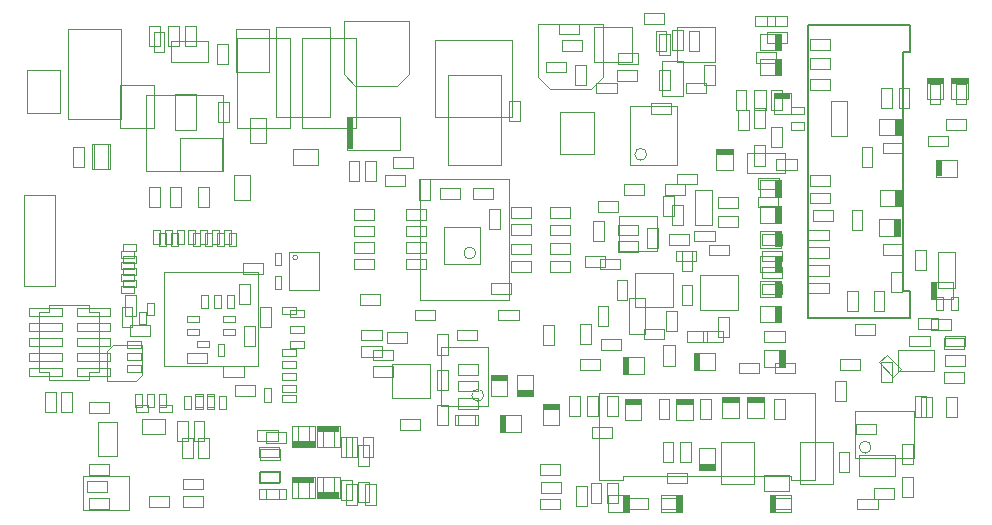
<source format=gbr>
%TF.GenerationSoftware,Altium Limited,Altium Designer,22.6.1 (34)*%
G04 Layer_Color=32768*
%FSLAX45Y45*%
%MOMM*%
%TF.SameCoordinates,07F994AE-BB1C-4BEA-A643-928B9DFDCC76*%
%TF.FilePolarity,Positive*%
%TF.FileFunction,Other,Mechanical_11*%
%TF.Part,Single*%
G01*
G75*
%TA.AperFunction,NonConductor*%
%ADD164C,0.10000*%
%ADD174C,0.01000*%
%ADD175C,0.14000*%
%ADD176R,0.60525X1.39500*%
%ADD177R,0.60525X2.79000*%
%ADD178R,1.39500X0.60525*%
D164*
X3942473Y2285000D02*
G03*
X3942473Y2285000I-50000J0D01*
G01*
X7290000Y640000D02*
G03*
X7290000Y640000I-50000J0D01*
G01*
X2435019Y2244985D02*
G03*
X2435019Y2244985I-20000J0D01*
G01*
X4010000Y1080000D02*
G03*
X4010000Y1080000I-50000J0D01*
G01*
X5390000Y3120000D02*
G03*
X5390000Y3120000I-50000J0D01*
G01*
X3672474Y2195000D02*
X3982474D01*
X3672474Y2505000D02*
X3982474D01*
Y2195000D02*
Y2505000D01*
X3672474Y2195000D02*
Y2505000D01*
X1800000Y2975000D02*
Y3625000D01*
X1150000D02*
X1800000D01*
X1150000Y2975000D02*
Y3625000D01*
Y2975000D02*
X1800000D01*
X869972Y1504975D02*
X1119972D01*
X819972Y1454975D02*
X869972Y1504975D01*
X819972Y1204975D02*
Y1454975D01*
Y1204975D02*
X1069972D01*
X1119972Y1254975D01*
Y1504975D01*
X5840000Y1805000D02*
X6160000D01*
X5840000Y2095000D02*
X6160000D01*
Y1805000D02*
Y2095000D01*
X5840000Y1805000D02*
Y2095000D01*
X3475000Y1885000D02*
X4225000D01*
X3475000D02*
Y2915000D01*
X4225000D01*
Y1885000D02*
Y2915000D01*
X7519998Y1287500D02*
Y1462500D01*
X7819998Y1287500D02*
Y1462500D01*
X7519998D02*
X7819998D01*
X7519998Y1287500D02*
X7819998D01*
X745005Y854922D02*
X905005D01*
Y564922D02*
Y854922D01*
X745005Y564922D02*
Y854922D01*
Y564922D02*
X905005D01*
X1675000Y3902500D02*
Y4077500D01*
X1365000Y3902500D02*
Y4077500D01*
X1675000D01*
X1365000Y3902500D02*
X1675000D01*
X1397523Y3627500D02*
X1572524D01*
X1397523Y3322500D02*
X1572524D01*
Y3627500D01*
X1397523Y3322500D02*
Y3627500D01*
X5800000Y2518000D02*
Y2822000D01*
X5940000Y2518000D02*
Y2822000D01*
X5800000Y2518000D02*
X5940000D01*
X5800000Y2822000D02*
X5940000D01*
X6950000Y3575000D02*
X7090000D01*
X6950000Y3275000D02*
X7090000D01*
Y3575000D01*
X6950000Y3275000D02*
Y3575000D01*
X7150000Y550000D02*
X7650000D01*
X7150000Y950000D02*
X7650000D01*
X7150000Y550000D02*
Y950000D01*
X7650000Y550000D02*
Y950000D01*
X671450Y1784000D02*
X671450Y1847500D01*
X671450Y1784000D02*
X754000D01*
Y1276000D02*
Y1784000D01*
X671450Y1276000D02*
X754000D01*
X671450D02*
X671450Y1212500D01*
X328549Y1847500D02*
X671450D01*
X328549D02*
X328550Y1784000D01*
X246000D02*
X328550D01*
X246000Y1276000D02*
Y1784000D01*
Y1276000D02*
X328550D01*
X328549Y1212500D02*
X328550Y1276000D01*
X328549Y1212500D02*
X671450D01*
X2027500Y2735000D02*
Y2945000D01*
X1892500Y2735000D02*
Y2945000D01*
Y2735000D02*
X2027500D01*
X1892500Y2945000D02*
X2027500D01*
X2975000Y1405000D02*
X3145000D01*
X2975000Y1495000D02*
X3145000D01*
X2975000Y1405000D02*
Y1495000D01*
X3145000Y1405000D02*
Y1495000D01*
X992499Y1380000D02*
Y1440000D01*
X1107499Y1380000D02*
Y1440000D01*
X992499Y1380000D02*
X1107499D01*
X992499Y1440000D02*
X1107499D01*
X5789999Y1295000D02*
Y1435000D01*
X5969999Y1295000D02*
Y1435000D01*
X5789999D02*
X5969999D01*
X5789999Y1295000D02*
X5969999D01*
X4985000Y360000D02*
Y1100000D01*
Y360000D02*
X5190000D01*
Y400000D01*
X6610000D01*
Y360000D02*
Y400000D01*
Y360000D02*
X6815000D01*
Y1100000D01*
X4985000D02*
X6815000D01*
X2365000Y2295000D02*
X2615000D01*
X2365000Y1975000D02*
Y2295000D01*
Y1975000D02*
X2615000D01*
Y2295000D01*
Y1975000D02*
Y2295000D01*
X2365000D02*
X2615000D01*
X2365000Y1975000D02*
Y2295000D01*
Y1975000D02*
X2615000D01*
X1802524Y1327419D02*
X1977524D01*
X1802524Y1232419D02*
X1977524D01*
Y1327419D01*
X1802524Y1232419D02*
Y1327419D01*
X6722499Y3460000D02*
Y3520000D01*
X6612499Y3460000D02*
Y3520000D01*
X6722499D01*
X6612499Y3460000D02*
X6722499D01*
X120000Y2002001D02*
Y2772001D01*
Y2002001D02*
X382999D01*
X120000Y2772001D02*
X382999D01*
Y2002001D02*
Y2772001D01*
X6239999Y3130000D02*
X6560000D01*
X6239999Y2960000D02*
X6560000D01*
X6239999D02*
Y3130000D01*
X6560000Y2960000D02*
Y3130000D01*
X1315000Y755000D02*
Y875000D01*
X1115000D02*
X1315000D01*
X1115000Y755000D02*
Y875000D01*
Y755000D02*
X1315000D01*
X2849974Y3160500D02*
X3299974D01*
X2849974Y3439500D02*
X3299974D01*
Y3160500D02*
Y3439500D01*
X2849974Y3160500D02*
Y3439500D01*
X2825000Y3797500D02*
X2922500Y3700000D01*
X2825000Y3797500D02*
Y4250000D01*
X3375000D01*
Y3797500D02*
Y4250000D01*
X3277500Y3700000D02*
X3375000Y3797500D01*
X2922500Y3700000D02*
X3277500D01*
X3705000Y3030000D02*
X4155000D01*
X3705000Y3790000D02*
X4155000D01*
Y3030000D02*
Y3790000D01*
X3705000Y3030000D02*
Y3790000D01*
X4939999Y3120000D02*
Y3480000D01*
X4659999Y3120000D02*
Y3480000D01*
Y3120000D02*
X4939999D01*
X4659999Y3480000D02*
X4939999D01*
X7754998Y899975D02*
Y1069975D01*
X7664998Y899975D02*
Y1069975D01*
Y899975D02*
X7754998D01*
X7664998Y1069975D02*
X7754998D01*
X1617499Y1927500D02*
X1672499D01*
X1617499Y1822500D02*
X1672499D01*
X1617499D02*
Y1927500D01*
X1672499Y1822500D02*
Y1927500D01*
X1299997Y1324981D02*
X2099997D01*
X1299997Y2124981D02*
X2099997D01*
X1299997Y1324981D02*
Y2124981D01*
X2099997Y1324981D02*
Y2124981D01*
X615000Y105000D02*
Y395000D01*
Y105000D02*
X1005000D01*
Y395000D01*
X615000D02*
X1005000D01*
X5515000Y207500D02*
X5685000D01*
X5515000Y117500D02*
X5685000D01*
Y207500D01*
X5515000Y117500D02*
Y207500D01*
X5055000Y902500D02*
X5145000D01*
X5055000Y1072500D02*
X5145000D01*
Y902500D02*
Y1072500D01*
X5055000Y902500D02*
Y1072500D01*
X5764999Y515000D02*
Y685000D01*
X5674999Y515000D02*
Y685000D01*
Y515000D02*
X5764999D01*
X5674999Y685000D02*
X5764999D01*
X4795000Y145000D02*
Y315000D01*
X4885000Y145000D02*
Y315000D01*
X4795000Y145000D02*
X4885000D01*
X4795000Y315000D02*
X4885000D01*
X5005000Y1555000D02*
X5175000D01*
X5005000Y1465000D02*
X5175000D01*
X5005000D02*
Y1555000D01*
X5175000Y1465000D02*
Y1555000D01*
X5492524Y877500D02*
Y1047500D01*
X5582524Y877500D02*
Y1047500D01*
X5492524D02*
X5582524D01*
X5492524Y877500D02*
X5582524D01*
X5932575D02*
Y1047500D01*
X5842576Y877500D02*
Y1047500D01*
Y877500D02*
X5932575D01*
X5842576Y1047500D02*
X5932575D01*
X6475000Y1265000D02*
X6645000D01*
X6475000Y1355000D02*
X6645000D01*
X6475000Y1265000D02*
Y1355000D01*
X6645000Y1265000D02*
Y1355000D01*
X6174999D02*
X6344999D01*
X6174999Y1265000D02*
X6344999D01*
Y1355000D01*
X6174999Y1265000D02*
Y1355000D01*
X6557499Y877500D02*
Y1047500D01*
X6467499Y877500D02*
Y1047500D01*
Y877500D02*
X6557499D01*
X6467499Y1047500D02*
X6557499D01*
X6440000Y207500D02*
X6610000D01*
X6440000Y117500D02*
X6610000D01*
Y207500D01*
X6440000Y117500D02*
Y207500D01*
X6760000Y2392500D02*
X6930000D01*
X6760000Y2482500D02*
X6930000D01*
X6760000Y2392500D02*
Y2482500D01*
X6930000Y2392500D02*
Y2482500D01*
X6772499Y2705000D02*
X6942499D01*
X6772499Y2795000D02*
X6942499D01*
X6772499Y2705000D02*
Y2795000D01*
X6942499Y2705000D02*
Y2795000D01*
X6760000Y2092500D02*
X6930000D01*
X6760000Y2182500D02*
X6930000D01*
X6760000Y2092500D02*
Y2182500D01*
X6930000Y2092500D02*
Y2182500D01*
X7209974Y3179949D02*
X7299974D01*
X7209974Y3009949D02*
X7299974D01*
X7209974D02*
Y3179949D01*
X7299974Y3009949D02*
Y3179949D01*
X6760000Y2242500D02*
X6930000D01*
X6760000Y2332500D02*
X6930000D01*
X6760000Y2242500D02*
Y2332500D01*
X6930000Y2242500D02*
Y2332500D01*
X7402499Y1790000D02*
Y1960000D01*
X7312499Y1790000D02*
Y1960000D01*
Y1790000D02*
X7402499D01*
X7312499Y1960000D02*
X7402499D01*
X6772499Y2855000D02*
X6942499D01*
X6772499Y2945000D02*
X6942499D01*
X6772499Y2855000D02*
Y2945000D01*
X6942499Y2855000D02*
Y2945000D01*
X6760000Y1942500D02*
X6930000D01*
X6760000Y2032500D02*
X6930000D01*
X6760000Y1942500D02*
Y2032500D01*
X6930000Y1942500D02*
Y2032500D01*
X8094999Y3545000D02*
Y3715000D01*
X8004999Y3545000D02*
Y3715000D01*
Y3545000D02*
X8094999D01*
X8004999Y3715000D02*
X8094999D01*
X7389999Y2269924D02*
X7560000D01*
X7389999Y2359923D02*
X7560000D01*
X7389999Y2269924D02*
Y2359923D01*
X7560000Y2269924D02*
Y2359923D01*
X7389999Y3129949D02*
X7560000D01*
X7389999Y3219949D02*
X7560000D01*
X7389999Y3129949D02*
Y3219949D01*
X7560000Y3129949D02*
Y3219949D01*
X6772499Y3932500D02*
X6942499D01*
X6772499Y3842500D02*
X6942499D01*
Y3932500D01*
X6772499Y3842500D02*
Y3932500D01*
X7785000Y3715000D02*
X7875000D01*
X7785000Y3545000D02*
X7875000D01*
X7785000D02*
Y3715000D01*
X7875000Y3545000D02*
Y3715000D01*
X7125000Y2647500D02*
X7215000D01*
X7125000Y2477500D02*
X7215000D01*
X7125000D02*
Y2647500D01*
X7215000Y2477500D02*
Y2647500D01*
X6772499Y3757500D02*
X6942499D01*
X6772499Y3667500D02*
X6942499D01*
Y3757500D01*
X6772499Y3667500D02*
Y3757500D01*
Y4095000D02*
X6942499D01*
X6772499Y4005000D02*
X6942499D01*
Y4095000D01*
X6772499Y4005000D02*
Y4095000D01*
X7524999Y3515000D02*
Y3685000D01*
X7614999Y3515000D02*
Y3685000D01*
X7524999D02*
X7614999D01*
X7524999Y3515000D02*
X7614999D01*
X4470025Y3772500D02*
X4567525Y3675000D01*
X4470025Y3772500D02*
Y4225000D01*
X5020025D01*
Y3772500D02*
Y4225000D01*
X4922525Y3675000D02*
X5020025Y3772500D01*
X4567525Y3675000D02*
X4922525D01*
X2474999Y3345000D02*
X2924999D01*
X2474999Y4105000D02*
X2924999D01*
Y3345000D02*
Y4105000D01*
X2474999Y3345000D02*
Y4105000D01*
X2255000Y3440000D02*
X2705000D01*
X2255000Y4200000D02*
X2705000D01*
X2255000Y3440000D02*
Y4200000D01*
X2705000Y3440000D02*
Y4200000D01*
X1215000Y3985000D02*
Y4155000D01*
X1305000Y3985000D02*
Y4155000D01*
X1215000Y3985000D02*
X1305000D01*
X1215000Y4155000D02*
X1305000D01*
X1269998Y4040000D02*
Y4210000D01*
X1179999Y4040000D02*
Y4210000D01*
Y4040000D02*
X1269998D01*
X1179999Y4210000D02*
X1269998D01*
X1755000Y3885000D02*
Y4055000D01*
X1845000Y3885000D02*
Y4055000D01*
X1755000Y3885000D02*
X1845000D01*
X1755000Y4055000D02*
X1845000D01*
X2190000Y3820000D02*
Y4180000D01*
X1910000Y3820000D02*
Y4180000D01*
X2190000D01*
X1910000Y3820000D02*
X2190000D01*
X489975Y3420000D02*
X939975D01*
X489975Y4180000D02*
X939975D01*
X489975Y3420000D02*
Y4180000D01*
X939975Y3420000D02*
Y4180000D01*
X424949Y3470000D02*
Y3830000D01*
X144949Y3470000D02*
Y3830000D01*
X424949D01*
X144949Y3470000D02*
X424949D01*
X625000Y3015000D02*
Y3185000D01*
X535000Y3015000D02*
Y3185000D01*
X625000D01*
X535000Y3015000D02*
X625000D01*
X6685023Y325000D02*
Y685000D01*
X6965023Y325000D02*
Y685000D01*
X6685023D02*
X6965023D01*
X6685023Y325000D02*
X6965023D01*
X7105049Y430000D02*
Y600000D01*
X7015049Y430000D02*
Y600000D01*
Y430000D02*
X7105049D01*
X7015049Y600000D02*
X7105049D01*
X7164998Y750025D02*
X7334999D01*
X7164998Y840025D02*
X7334999D01*
X7164998Y750025D02*
Y840025D01*
X7334999Y750025D02*
Y840025D01*
X1920075Y3345000D02*
X2370075D01*
X1920075Y4105000D02*
X2370075D01*
Y3345000D02*
Y4105000D01*
X1920075Y3345000D02*
Y4105000D01*
X1850049Y3390000D02*
Y3560000D01*
X1760049Y3390000D02*
Y3560000D01*
Y3390000D02*
X1850049D01*
X1760049Y3560000D02*
X1850049D01*
X2104999Y430026D02*
X2274999D01*
X2104999Y340026D02*
X2274999D01*
Y430026D01*
X2104999Y340026D02*
Y430026D01*
X2115000Y535000D02*
X2285000D01*
X2115000Y625000D02*
X2285000D01*
Y535000D02*
Y625000D01*
X2115000Y535000D02*
Y625000D01*
Y345000D02*
X2285000D01*
X2115000Y435000D02*
X2285000D01*
Y345000D02*
Y435000D01*
X2115000Y345000D02*
Y435000D01*
X2104999Y645000D02*
X2274999D01*
X2104999Y555000D02*
X2274999D01*
Y645000D01*
X2104999Y555000D02*
Y645000D01*
X5055000Y165000D02*
X5145000D01*
X5055000Y335000D02*
X5145000D01*
Y165000D02*
Y335000D01*
X5055000Y165000D02*
Y335000D01*
X4495736Y255000D02*
X4665736D01*
X4495736Y345000D02*
X4665736D01*
Y255000D02*
Y345000D01*
X4495736Y255000D02*
Y345000D01*
X4927500Y807500D02*
X5097500D01*
X4927500Y717500D02*
X5097500D01*
Y807500D01*
X4927500Y717500D02*
Y807500D01*
X3305000Y875000D02*
X3475000D01*
X3305000Y785000D02*
X3475000D01*
Y875000D01*
X3305000Y785000D02*
Y875000D01*
X3615000Y1595000D02*
X3704999D01*
X3615000Y1425000D02*
X3704999D01*
X3615000D02*
Y1595000D01*
X3704999Y1425000D02*
Y1595000D01*
X3615000Y1125000D02*
X3704999D01*
X3615000Y1295000D02*
X3704999D01*
Y1125000D02*
Y1295000D01*
X3615000Y1125000D02*
Y1295000D01*
X3705000Y825000D02*
Y995000D01*
X3615000Y825000D02*
Y995000D01*
Y825000D02*
X3705000D01*
X3615000Y995000D02*
X3705000D01*
X3795075Y1255000D02*
X3965076D01*
X3795075Y1345000D02*
X3965076D01*
X3795075Y1255000D02*
Y1345000D01*
X3965076Y1255000D02*
Y1345000D01*
X3795000Y825000D02*
X3965000D01*
X3795000Y915000D02*
X3965000D01*
X3795000Y825000D02*
Y915000D01*
X3965000Y825000D02*
Y915000D01*
X3097525Y2890052D02*
Y3060052D01*
X3007526Y2890052D02*
Y3060052D01*
Y2890052D02*
X3097525D01*
X3007526Y3060052D02*
X3097525D01*
X2867500Y2890052D02*
X2957500D01*
X2867500Y3060052D02*
X2957500D01*
Y2890052D02*
Y3060052D01*
X2867500Y2890052D02*
Y3060052D01*
X3415000Y3005000D02*
Y3095000D01*
X3245000Y3005000D02*
Y3095000D01*
X3415000D01*
X3245000Y3005000D02*
X3415000D01*
X4135000Y1805000D02*
X4305000D01*
X4135000Y1715000D02*
X4305000D01*
X4135000D02*
Y1805000D01*
X4305000Y1715000D02*
Y1805000D01*
X4825000Y1515000D02*
Y1685000D01*
X4915000Y1515000D02*
Y1685000D01*
X4825000Y1515000D02*
X4915000D01*
X4825000Y1685000D02*
X4915000D01*
X6085000Y1575000D02*
Y1745000D01*
X5995000Y1575000D02*
Y1745000D01*
X6085000D01*
X5995000Y1575000D02*
X6085000D01*
X7462500Y1952500D02*
X7552500D01*
X7462500Y2122500D02*
X7552500D01*
Y1952500D02*
Y2122500D01*
X7462500Y1952500D02*
Y2122500D01*
X3425000Y1715000D02*
X3595000D01*
X3425000Y1805000D02*
X3595000D01*
Y1715000D02*
Y1805000D01*
X3425000Y1715000D02*
Y1805000D01*
X6335000Y2759975D02*
X6505000D01*
X6335000Y2669975D02*
X6505000D01*
Y2759975D01*
X6335000Y2669975D02*
Y2759975D01*
X6235000Y3495000D02*
Y3665000D01*
X6145000Y3495000D02*
Y3665000D01*
X6235000D01*
X6145000Y3495000D02*
X6235000D01*
X7087500Y1790000D02*
X7177500D01*
X7087500Y1960000D02*
X7177500D01*
Y1790000D02*
Y1960000D01*
X7087500Y1790000D02*
Y1960000D01*
X6302475Y3025000D02*
X6392475D01*
X6302475Y3195000D02*
X6392475D01*
Y3025000D02*
Y3195000D01*
X6302475Y3025000D02*
Y3195000D01*
X5735000Y1535000D02*
X5905000D01*
X5735000Y1625000D02*
X5905000D01*
Y1535000D02*
Y1625000D01*
X5735000Y1535000D02*
Y1625000D01*
X1092500Y1682500D02*
X1147500D01*
X1092500Y1787500D02*
X1147500D01*
X1092500Y1682500D02*
Y1787500D01*
X1147500Y1682500D02*
Y1787500D01*
X1034999Y1660000D02*
Y1830000D01*
X945000Y1660000D02*
Y1830000D01*
X1034999D01*
X945000Y1660000D02*
X1034999D01*
X1162500Y1757500D02*
Y1862500D01*
X1217500Y1757500D02*
Y1862500D01*
X1162500D02*
X1217500D01*
X1162500Y1757500D02*
X1217500D01*
X1757545Y1412444D02*
X1812545D01*
X1757545Y1517445D02*
X1812545D01*
Y1412444D02*
Y1517445D01*
X1757545Y1412444D02*
Y1517445D01*
X1687500Y1487500D02*
Y1542500D01*
X1582500Y1487500D02*
Y1542500D01*
X1687500D01*
X1582500Y1487500D02*
X1687500D01*
X1499998Y1350000D02*
X1669998D01*
X1499998Y1440000D02*
X1669998D01*
X1499998Y1350000D02*
Y1440000D01*
X1669998Y1350000D02*
Y1440000D01*
X2242500Y2182500D02*
X2297500D01*
X2242500Y2287500D02*
X2297500D01*
X2242500Y2182500D02*
Y2287500D01*
X2297500Y2182500D02*
Y2287500D01*
X2242499Y2087500D02*
X2297499D01*
X2242499Y1982500D02*
X2297499D01*
Y2087500D01*
X2242499Y1982500D02*
Y2087500D01*
X1262499Y942500D02*
Y997500D01*
X1367499Y942500D02*
Y997500D01*
X1262499D02*
X1367499D01*
X1262499Y942500D02*
X1367499D01*
X1167474Y942500D02*
Y997500D01*
X1062474Y942500D02*
Y997500D01*
Y942500D02*
X1167474D01*
X1062474Y997500D02*
X1167474D01*
X1907500Y1587500D02*
Y1642500D01*
X1802500Y1587500D02*
Y1642500D01*
X1907500D01*
X1802500Y1587500D02*
X1907500D01*
Y1697500D02*
Y1752500D01*
X1802500Y1697500D02*
Y1752500D01*
X1907500D01*
X1802500Y1697500D02*
X1907500D01*
X1980025Y1669975D02*
X2070025D01*
X1980025Y1499975D02*
X2070025D01*
X1980025D02*
Y1669975D01*
X2070025Y1499975D02*
Y1669975D01*
X1837499Y1927500D02*
X1892499D01*
X1837499Y1822500D02*
X1892499D01*
X1837499D02*
Y1927500D01*
X1892499Y1822500D02*
Y1927500D01*
X1782500Y1822500D02*
Y1927500D01*
X1727500Y1822500D02*
Y1927500D01*
Y1822500D02*
X1782500D01*
X1727500Y1927500D02*
X1782500D01*
X1497499Y1587501D02*
Y1642500D01*
X1602499Y1587501D02*
Y1642500D01*
X1497499Y1587501D02*
X1602499D01*
X1497499Y1642500D02*
X1602499D01*
X1497499Y1697500D02*
Y1752500D01*
X1602499Y1697500D02*
Y1752500D01*
X1497499Y1697500D02*
X1602499D01*
X1497499Y1752500D02*
X1602499D01*
X2030024Y1850000D02*
Y2020000D01*
X1940024Y1850000D02*
Y2020000D01*
Y1850000D02*
X2030024D01*
X1940024Y2020000D02*
X2030024D01*
X664999Y930000D02*
X834999D01*
X664999Y1020000D02*
X834999D01*
X664999Y930000D02*
Y1020000D01*
X834999Y930000D02*
Y1020000D01*
X1014999Y1585000D02*
X1184999D01*
X1014999Y1675000D02*
X1184999D01*
X1014999Y1585000D02*
Y1675000D01*
X1184999Y1585000D02*
Y1675000D01*
X1465000Y225000D02*
X1635000D01*
X1465000Y135000D02*
X1635000D01*
X1465000D02*
Y225000D01*
X1635000Y135000D02*
Y225000D01*
X654999Y350000D02*
X824999D01*
X654999Y260000D02*
X824999D01*
Y350000D01*
X654999Y260000D02*
Y350000D01*
X664998Y404897D02*
X834999D01*
X664998Y494896D02*
X834999D01*
X664998Y404897D02*
Y494896D01*
X834999Y404897D02*
Y494896D01*
X3765000Y825000D02*
X3935000D01*
X3765000Y915000D02*
X3935000D01*
Y825000D02*
Y915000D01*
X3765000Y825000D02*
Y915000D01*
X4058125Y2655625D02*
X4148125D01*
X4058125Y2485625D02*
X4148125D01*
X4058125D02*
Y2655625D01*
X4148125Y2485625D02*
Y2655625D01*
X5495000Y3665000D02*
X5585000D01*
X5495000Y3835000D02*
X5585000D01*
Y3665000D02*
Y3835000D01*
X5495000Y3665000D02*
Y3835000D01*
X6162475Y3325000D02*
X6252475D01*
X6162475Y3495000D02*
X6252475D01*
Y3325000D02*
Y3495000D01*
X6162475Y3325000D02*
Y3495000D01*
X6442500Y3495000D02*
X6532500D01*
X6442500Y3665000D02*
X6532500D01*
Y3495000D02*
Y3665000D01*
X6442500Y3495000D02*
Y3665000D01*
Y3355000D02*
X6532500D01*
X6442500Y3185000D02*
X6532500D01*
X6442500D02*
Y3355000D01*
X6532500Y3185000D02*
Y3355000D01*
X5605000Y4005000D02*
Y4175000D01*
X5695000Y4005000D02*
Y4175000D01*
X5605000Y4005000D02*
X5695000D01*
X5605000Y4175000D02*
X5695000D01*
X5135000Y3835000D02*
X5305000D01*
X5135000Y3745000D02*
X5305000D01*
X5135000D02*
Y3835000D01*
X5305000Y3745000D02*
Y3835000D01*
X4965000Y3725000D02*
X5135000D01*
X4965000Y3635000D02*
X5135000D01*
Y3725000D01*
X4965000Y3635000D02*
Y3725000D01*
X5585000Y3965000D02*
Y4135000D01*
X5495000Y3965000D02*
Y4135000D01*
Y3965000D02*
X5585000D01*
X5495000Y4135000D02*
X5585000D01*
X4674999Y3995000D02*
X4844999D01*
X4674999Y4085000D02*
X4844999D01*
X4674999Y3995000D02*
Y4085000D01*
X4844999Y3995000D02*
Y4085000D01*
X5725000Y3725000D02*
X5895000D01*
X5725000Y3635000D02*
X5895000D01*
Y3725000D01*
X5725000Y3635000D02*
Y3725000D01*
X5545000Y2775000D02*
X5715000D01*
X5545000Y2865000D02*
X5715000D01*
Y2775000D02*
Y2865000D01*
X5545000Y2775000D02*
Y2865000D01*
X5195000Y2775000D02*
X5365000D01*
X5195000Y2865000D02*
X5365000D01*
Y2775000D02*
Y2865000D01*
X5195000Y2775000D02*
Y2865000D01*
X4935000Y2385000D02*
Y2555000D01*
X5025000Y2385000D02*
Y2555000D01*
X4935000Y2385000D02*
X5025000D01*
X4935000Y2555000D02*
X5025000D01*
X5995000Y2505000D02*
X6165000D01*
X5995000Y2595000D02*
X6165000D01*
Y2505000D02*
Y2595000D01*
X5995000Y2505000D02*
Y2595000D01*
X5865000Y1625000D02*
X6035000D01*
X5865000Y1535000D02*
X6035000D01*
Y1625000D01*
X5865000Y1535000D02*
Y1625000D01*
X5365000Y1555000D02*
Y1645000D01*
X5535000Y1555000D02*
Y1645000D01*
X5365000Y1555000D02*
X5535000D01*
X5365000Y1645000D02*
X5535000D01*
X5225000Y1885000D02*
Y2055000D01*
X5135000Y1885000D02*
Y2055000D01*
Y1885000D02*
X5225000D01*
X5135000Y2055000D02*
X5225000D01*
X5775000Y1845000D02*
Y2015000D01*
X5685000Y1845000D02*
Y2015000D01*
Y1845000D02*
X5775000D01*
X5685000Y2015000D02*
X5775000D01*
X7315000Y295000D02*
X7485000D01*
X7315000Y205000D02*
X7485000D01*
X7315000D02*
Y295000D01*
X7485000Y205000D02*
Y295000D01*
X7715000Y895000D02*
Y1065000D01*
X7805000Y895000D02*
Y1065000D01*
X7715000Y895000D02*
X7805000D01*
X7715000Y1065000D02*
X7805000D01*
X7358076Y1358284D02*
X7478285Y1238076D01*
X7421716Y1421924D02*
X7541924Y1301715D01*
X7478285Y1238076D02*
X7541924Y1301715D01*
X7358076Y1358284D02*
X7421716Y1421924D01*
X7915000Y1495000D02*
X8085000D01*
X7915000Y1585000D02*
X8085000D01*
Y1495000D02*
Y1585000D01*
X7915000Y1495000D02*
Y1585000D01*
X7615000D02*
X7785000D01*
X7615000Y1495000D02*
X7785000D01*
X7615000D02*
Y1585000D01*
X7785000Y1495000D02*
Y1585000D01*
X7915023Y1330759D02*
X8085023D01*
X7915023Y1420759D02*
X8085023D01*
X7915023Y1330759D02*
Y1420759D01*
X8085023Y1330759D02*
Y1420759D01*
X5690000Y92500D02*
Y232500D01*
X5510000Y92500D02*
Y232500D01*
Y92500D02*
X5690000D01*
X5510000Y232500D02*
X5690000D01*
X5345026Y872500D02*
Y1052500D01*
X5205025Y872500D02*
Y1052500D01*
Y872500D02*
X5345026D01*
X5205025Y1052500D02*
X5345026D01*
X5829999Y450000D02*
X5969999D01*
X5829999Y630000D02*
X5969999D01*
Y450000D02*
Y630000D01*
X5829999Y450000D02*
Y630000D01*
X5240000Y92500D02*
Y232500D01*
X5060000Y92500D02*
Y232500D01*
Y92500D02*
X5240000D01*
X5060000Y232500D02*
X5240000D01*
X5190000Y1260000D02*
Y1400000D01*
X5370000Y1260000D02*
Y1400000D01*
X5190000D02*
X5370000D01*
X5190000Y1260000D02*
X5370000D01*
X5642550Y1052500D02*
X5782550D01*
X5642550Y872500D02*
X5782550D01*
X5642550D02*
Y1052500D01*
X5782550Y872500D02*
Y1052500D01*
X6560000Y1320000D02*
Y1460000D01*
X6380000Y1320000D02*
Y1460000D01*
Y1320000D02*
X6560000D01*
X6380000Y1460000D02*
X6560000D01*
X6029999Y1065000D02*
X6169999D01*
X6029999Y885000D02*
X6169999D01*
X6029999D02*
Y1065000D01*
X6169999Y885000D02*
Y1065000D01*
X6242499D02*
X6382499D01*
X6242499Y885000D02*
X6382499D01*
X6242499D02*
Y1065000D01*
X6382499Y885000D02*
Y1065000D01*
X6530000Y2330000D02*
Y2470000D01*
X6350000Y2330000D02*
Y2470000D01*
Y2330000D02*
X6530000D01*
X6350000Y2470000D02*
X6530000D01*
Y2540000D02*
Y2680000D01*
X6350000Y2540000D02*
Y2680000D01*
Y2540000D02*
X6530000D01*
X6350000Y2680000D02*
X6530000D01*
Y1910000D02*
Y2050000D01*
X6350000Y1910000D02*
Y2050000D01*
Y1910000D02*
X6530000D01*
X6350000Y2050000D02*
X6530000D01*
X7839999Y2930000D02*
Y3070000D01*
X8019999Y2930000D02*
Y3070000D01*
X7839999Y2930000D02*
X8019999D01*
X7839999Y3070000D02*
X8019999D01*
X7860000Y1990000D02*
X8000000D01*
X7860000Y2290000D02*
X8000000D01*
Y1990000D02*
Y2290000D01*
X7860000Y1990000D02*
Y2290000D01*
X6530000Y2120000D02*
Y2260000D01*
X6350000Y2120000D02*
Y2260000D01*
Y2120000D02*
X6530000D01*
X6350000Y2260000D02*
X6530000D01*
X7799999Y1894974D02*
Y2034974D01*
X7980000Y1894974D02*
Y2034974D01*
X7799999Y1894974D02*
X7980000D01*
X7799999Y2034974D02*
X7980000D01*
X6530000Y2760000D02*
Y2900000D01*
X6350000Y2760000D02*
Y2900000D01*
Y2760000D02*
X6530000D01*
X6350000Y2900000D02*
X6530000D01*
Y1700000D02*
Y1840000D01*
X6350000Y1700000D02*
Y1840000D01*
Y1700000D02*
X6530000D01*
X6350000Y1840000D02*
X6530000D01*
X7970000Y3770000D02*
X8110000D01*
X7970000Y3590000D02*
X8110000D01*
Y3770000D01*
X7970000Y3590000D02*
Y3770000D01*
X7535000Y2430000D02*
Y2570000D01*
X7355000Y2430000D02*
Y2570000D01*
X7535000D01*
X7355000Y2430000D02*
X7535000D01*
X7540000Y3279975D02*
Y3419975D01*
X7360000Y3279975D02*
Y3419975D01*
X7540000D01*
X7360000Y3279975D02*
X7540000D01*
X6530000Y3790000D02*
Y3930000D01*
X6350000Y3790000D02*
Y3930000D01*
Y3790000D02*
X6530000D01*
X6350000Y3930000D02*
X6530000D01*
X7760000Y3770000D02*
X7900000D01*
X7760000Y3590000D02*
X7900000D01*
Y3770000D01*
X7760000Y3590000D02*
Y3770000D01*
X7547499Y2680000D02*
Y2820000D01*
X7367499Y2680000D02*
Y2820000D01*
X7547499D01*
X7367499Y2680000D02*
X7547499D01*
X6470000Y3640000D02*
X6610000D01*
X6470000Y3460000D02*
X6610000D01*
Y3640000D01*
X6470000Y3460000D02*
Y3640000D01*
X6530000Y4000000D02*
Y4140000D01*
X6350000Y4000000D02*
Y4140000D01*
Y4000000D02*
X6530000D01*
X6350000Y4140000D02*
X6530000D01*
X5980000Y3165000D02*
X6120000D01*
X5980000Y2985000D02*
X6120000D01*
Y3165000D01*
X5980000Y2985000D02*
Y3165000D01*
X2530000Y210000D02*
Y390000D01*
X2390000Y210000D02*
Y390000D01*
Y210000D02*
X2530000D01*
X2390000Y390000D02*
X2530000D01*
X2600000Y210000D02*
Y390000D01*
X2740000Y210000D02*
Y390000D01*
X2600000D02*
X2740000D01*
X2600000Y210000D02*
X2740000D01*
X2440000Y640000D02*
X2580000D01*
X2440000Y820000D02*
X2580000D01*
X2440000Y640000D02*
Y820000D01*
X2580000Y640000D02*
Y820000D01*
X2650000D02*
X2790000D01*
X2650000Y640000D02*
X2790000D01*
Y820000D01*
X2650000Y640000D02*
Y820000D01*
X2440000Y390000D02*
X2580000D01*
X2440000Y210000D02*
X2580000D01*
Y390000D01*
X2440000Y210000D02*
Y390000D01*
X2650000Y210000D02*
X2790000D01*
X2650000Y390000D02*
X2790000D01*
X2650000Y210000D02*
Y390000D01*
X2790000Y210000D02*
Y390000D01*
X2390000Y640000D02*
Y820000D01*
X2530000Y640000D02*
Y820000D01*
X2390000D02*
X2530000D01*
X2390000Y640000D02*
X2530000D01*
X2740000D02*
Y820000D01*
X2600000Y640000D02*
Y820000D01*
Y640000D02*
X2740000D01*
X2600000Y820000D02*
X2740000D01*
X4289999Y1070000D02*
X4429999D01*
X4289999Y1250000D02*
X4429999D01*
Y1070000D02*
Y1250000D01*
X4289999Y1070000D02*
Y1250000D01*
X4649999Y830000D02*
Y1010000D01*
X4509999Y830000D02*
Y1010000D01*
Y830000D02*
X4649999D01*
X4509999Y1010000D02*
X4649999D01*
X4210000Y1070000D02*
Y1250000D01*
X4070000Y1070000D02*
Y1250000D01*
Y1070000D02*
X4210000D01*
X4070000Y1250000D02*
X4210000D01*
X4150076Y770000D02*
Y910000D01*
X4330076Y770000D02*
Y910000D01*
X4150076Y770000D02*
X4330076D01*
X4150076Y910000D02*
X4330076D01*
X4822500Y1387500D02*
X4997500D01*
X4822500Y1292500D02*
X4997500D01*
X4822500D02*
Y1387500D01*
X4997500Y1292500D02*
Y1387500D01*
X5532499Y1327500D02*
Y1502500D01*
X5627499Y1327500D02*
Y1502500D01*
X5532499Y1327500D02*
X5627499D01*
X5532499Y1502500D02*
X5627499D01*
X6557500Y1532526D02*
Y1627526D01*
X6382500Y1532526D02*
Y1627526D01*
Y1532526D02*
X6557500D01*
X6382500Y1627526D02*
X6557500D01*
X7152499Y1687474D02*
X7327499D01*
X7152499Y1592475D02*
X7327499D01*
Y1687474D01*
X7152499Y1592475D02*
Y1687474D01*
X7840000Y1805000D02*
X7900000D01*
X7840000Y1915000D02*
X7900000D01*
X7840000Y1805000D02*
Y1915000D01*
X7900000Y1805000D02*
Y1915000D01*
X7970000Y1805000D02*
X8030000D01*
X7970000Y1915000D02*
X8030000D01*
X7970000Y1805000D02*
Y1915000D01*
X8030000Y1805000D02*
Y1915000D01*
X5992500Y2757500D02*
X6167500D01*
X5992500Y2662500D02*
X6167500D01*
X5992500D02*
Y2757500D01*
X6167500Y2662500D02*
Y2757500D01*
X6332500Y2822500D02*
X6507500D01*
X6332500Y2917500D02*
X6507500D01*
X6332500Y2822500D02*
Y2917500D01*
X6507500Y2822500D02*
Y2917500D01*
X7662524Y2137500D02*
X7757524D01*
X7662524Y2312500D02*
X7757524D01*
Y2137500D02*
Y2312500D01*
X7662524Y2137500D02*
Y2312500D01*
X6722499Y3330000D02*
Y3390000D01*
X6612499Y3330000D02*
Y3390000D01*
X6722499D01*
X6612499Y3330000D02*
X6722499D01*
X6795000Y2647500D02*
X6970000D01*
X6795000Y2552500D02*
X6970000D01*
Y2647500D01*
X6795000Y2552500D02*
Y2647500D01*
X6485000Y3082475D02*
X6660000D01*
X6485000Y2987475D02*
X6660000D01*
Y3082475D01*
X6485000Y2987475D02*
Y3082475D01*
X6302500Y3492500D02*
Y3667500D01*
X6397500Y3492500D02*
Y3667500D01*
X6302500Y3492500D02*
X6397500D01*
X6302500Y3667500D02*
X6397500D01*
X4250000Y3435000D02*
Y4085000D01*
X3599999D02*
X4250000D01*
X3599999Y3435000D02*
Y4085000D01*
Y3435000D02*
X4250000D01*
X5240000Y1598000D02*
Y1902000D01*
X5380000Y1598000D02*
Y1902000D01*
X5240000D02*
X5380000D01*
X5240000Y1598000D02*
X5380000D01*
X6364999Y1934923D02*
X6534999D01*
X6364999Y2024923D02*
X6534999D01*
X6364999Y1934923D02*
Y2024923D01*
X6534999Y1934923D02*
Y2024923D01*
X6364999Y2074949D02*
X6534999D01*
X6364999Y2164949D02*
X6534999D01*
X6364999Y2074949D02*
Y2164949D01*
X6534999Y2074949D02*
Y2164949D01*
X6364999Y2214974D02*
X6534999D01*
X6364999Y2304974D02*
X6534999D01*
X6364999Y2214974D02*
Y2304974D01*
X6534999Y2214974D02*
Y2304974D01*
X6364999Y2355000D02*
X6534999D01*
X6364999Y2445000D02*
X6534999D01*
X6364999Y2355000D02*
Y2445000D01*
X6534999Y2355000D02*
Y2445000D01*
X6404999Y4155000D02*
X6574999D01*
X6404999Y4065000D02*
X6574999D01*
Y4155000D01*
X6404999Y4065000D02*
Y4155000D01*
Y4295000D02*
X6574999D01*
X6404999Y4205000D02*
X6574999D01*
Y4295000D01*
X6404999Y4205000D02*
Y4295000D01*
X6315000Y3895000D02*
X6485000D01*
X6315000Y3985000D02*
X6485000D01*
X6315000Y3895000D02*
Y3985000D01*
X6485000Y3895000D02*
Y3985000D01*
X6305000Y4295000D02*
X6475000D01*
X6305000Y4205000D02*
X6475000D01*
X6305000D02*
Y4295000D01*
X6475000Y4205000D02*
Y4295000D01*
X7375000Y3685000D02*
X7465000D01*
X7375000Y3515000D02*
X7465000D01*
X7375000D02*
Y3685000D01*
X7465000Y3515000D02*
Y3685000D01*
X2395000Y3167500D02*
X2605000D01*
X2395000Y3032500D02*
X2605000D01*
X2395000D02*
Y3167500D01*
X2605000Y3032500D02*
Y3167500D01*
X2167500Y3215000D02*
Y3425000D01*
X2032500Y3215000D02*
Y3425000D01*
X2167500D01*
X2032500Y3215000D02*
X2167500D01*
X692500Y2995000D02*
Y3205000D01*
X827500Y2995000D02*
Y3205000D01*
X692500Y2995000D02*
X827500D01*
X692500Y3205000D02*
X827500D01*
X1340024Y4040000D02*
Y4210000D01*
X1430024Y4040000D02*
Y4210000D01*
X1340024D02*
X1430024D01*
X1340024Y4040000D02*
X1430024D01*
X1575000Y4035000D02*
Y4205000D01*
X1485000Y4035000D02*
Y4205000D01*
Y4035000D02*
X1575000D01*
X1485000Y4205000D02*
X1575000D01*
X7555025Y220000D02*
X7645025D01*
X7555025Y390000D02*
X7645025D01*
Y220000D02*
Y390000D01*
X7555025Y220000D02*
Y390000D01*
X7555025Y670026D02*
X7645025D01*
X7555025Y500026D02*
X7645025D01*
X7555025D02*
Y670026D01*
X7645025Y500026D02*
Y670026D01*
X6382499Y270000D02*
X6592499D01*
X6382499Y405000D02*
X6592499D01*
X6382499Y270000D02*
Y405000D01*
X6592499Y270000D02*
Y405000D01*
X7174999Y205000D02*
X7344999D01*
X7174999Y115000D02*
X7344999D01*
Y205000D01*
X7174999Y115000D02*
Y205000D01*
X712500Y2995000D02*
Y3205000D01*
X847500Y2995000D02*
Y3205000D01*
X712500D02*
X847500D01*
X712500Y2995000D02*
X847500D01*
X2945000Y175000D02*
X3035000D01*
X2945000Y345000D02*
X3035000D01*
Y175000D02*
Y345000D01*
X2945000Y175000D02*
Y345000D01*
X2104999Y200000D02*
X2274999D01*
X2104999Y290000D02*
X2274999D01*
X2104999Y200000D02*
Y290000D01*
X2274999Y200000D02*
Y290000D01*
X2805000Y365000D02*
X2895000D01*
X2805000Y195000D02*
X2895000D01*
X2805000D02*
Y365000D01*
X2895000Y195000D02*
Y365000D01*
X2985000Y555000D02*
Y725000D01*
X3075000Y555000D02*
Y725000D01*
X2985000Y555000D02*
X3075000D01*
X2985000Y725000D02*
X3075000D01*
X2165000Y770000D02*
X2335000D01*
X2165000Y680000D02*
X2335000D01*
X2165000D02*
Y770000D01*
X2335000Y680000D02*
Y770000D01*
X2935000Y555000D02*
Y725000D01*
X2845000Y555000D02*
Y725000D01*
X2935000D01*
X2845000Y555000D02*
X2935000D01*
X3095000Y155000D02*
Y325000D01*
X3005000Y155000D02*
Y325000D01*
X3095000D01*
X3005000Y155000D02*
X3095000D01*
X2165000Y290000D02*
X2335000D01*
X2165000Y200000D02*
X2335000D01*
X2165000D02*
Y290000D01*
X2335000Y200000D02*
Y290000D01*
X2845000Y155000D02*
Y325000D01*
X2935000Y155000D02*
Y325000D01*
X2845000Y155000D02*
X2935000D01*
X2845000Y325000D02*
X2935000D01*
X3034999Y485000D02*
Y655000D01*
X2944999Y485000D02*
Y655000D01*
Y485000D02*
X3034999D01*
X2944999Y655000D02*
X3034999D01*
X2094999Y695000D02*
X2264999D01*
X2094999Y785000D02*
X2264999D01*
X2094999Y695000D02*
Y785000D01*
X2264999Y695000D02*
Y785000D01*
X2805000Y555000D02*
X2895000D01*
X2805000Y725000D02*
X2895000D01*
Y555000D02*
Y725000D01*
X2805000Y555000D02*
Y725000D01*
X4914974Y165000D02*
X5004974D01*
X4914974Y335000D02*
X5004974D01*
Y165000D02*
Y335000D01*
X4914974Y165000D02*
Y335000D01*
X4485736Y405000D02*
X4655736D01*
X4485736Y495000D02*
X4655736D01*
Y405000D02*
Y495000D01*
X4485736Y405000D02*
Y495000D01*
X4735000Y905000D02*
X4825000D01*
X4735000Y1075000D02*
X4825000D01*
Y905000D02*
Y1075000D01*
X4735000Y905000D02*
Y1075000D01*
X5227500Y117500D02*
X5397500D01*
X5227500Y207500D02*
X5397500D01*
X5227500Y117500D02*
Y207500D01*
X5397500Y117500D02*
Y207500D01*
X4485000Y204974D02*
X4655000D01*
X4485000Y114974D02*
X4655000D01*
X4485000D02*
Y204974D01*
X4655000Y114974D02*
Y204974D01*
X4974999Y905000D02*
Y1075000D01*
X4884999Y905000D02*
Y1075000D01*
Y905000D02*
X4974999D01*
X4884999Y1075000D02*
X4974999D01*
X2974999Y1635000D02*
X3144999D01*
X2974999Y1545000D02*
X3144999D01*
Y1635000D01*
X2974999Y1545000D02*
Y1635000D01*
X3785000Y1545000D02*
X3954999D01*
X3785000Y1635000D02*
X3954999D01*
X3785000Y1545000D02*
Y1635000D01*
X3954999Y1545000D02*
Y1635000D01*
X3794999Y1055000D02*
X3964999D01*
X3794999Y965000D02*
X3964999D01*
Y1055000D01*
X3794999Y965000D02*
Y1055000D01*
X5565000Y425000D02*
X5735000D01*
X5565000Y335000D02*
X5735000D01*
Y425000D01*
X5565000Y335000D02*
Y425000D01*
X3795000Y1204974D02*
X3964999D01*
X3795000Y1114974D02*
X3964999D01*
Y1204974D01*
X3795000Y1114974D02*
Y1204974D01*
X7775000Y3187314D02*
X7945000D01*
X7775000Y3277314D02*
X7945000D01*
X7775000Y3187314D02*
Y3277314D01*
X7945000Y3187314D02*
Y3277314D01*
X7924999Y3327340D02*
X8094999D01*
X7924999Y3417340D02*
X8094999D01*
X7924999Y3327340D02*
Y3417340D01*
X8094999Y3327340D02*
Y3417340D01*
X5525000Y685000D02*
X5615000D01*
X5525000Y515000D02*
X5615000D01*
X5525000D02*
Y685000D01*
X5615000Y515000D02*
Y685000D01*
X4575000Y2125000D02*
X4745000D01*
X4575000Y2215000D02*
X4745000D01*
X4575000Y2125000D02*
Y2215000D01*
X4745000Y2125000D02*
Y2215000D01*
X4575000Y2435000D02*
X4745000D01*
X4575000Y2525000D02*
X4745000D01*
X4575000Y2435000D02*
Y2525000D01*
X4745000Y2435000D02*
Y2525000D01*
X2915000Y2655000D02*
X3085000D01*
X2915000Y2565000D02*
X3085000D01*
Y2655000D01*
X2915000Y2565000D02*
Y2655000D01*
Y2375000D02*
X3085000D01*
X2915000Y2285000D02*
X3085000D01*
Y2375000D01*
X2915000Y2285000D02*
Y2375000D01*
X4237500Y2217500D02*
X4407500D01*
X4237500Y2127500D02*
X4407500D01*
Y2217500D01*
X4237500Y2127500D02*
Y2217500D01*
Y2526250D02*
X4407500D01*
X4237500Y2436250D02*
X4407500D01*
Y2526250D01*
X4237500Y2436250D02*
Y2526250D01*
X3352500Y2565000D02*
X3522500D01*
X3352500Y2655000D02*
X3522500D01*
X3352500Y2565000D02*
Y2655000D01*
X3522500Y2565000D02*
Y2655000D01*
X3352500Y2285000D02*
X3522500D01*
X3352500Y2375000D02*
X3522500D01*
X3352500Y2285000D02*
Y2375000D01*
X3522500Y2285000D02*
Y2375000D01*
X4575000Y2275000D02*
X4745000D01*
X4575000Y2365000D02*
X4745000D01*
X4575000Y2275000D02*
Y2365000D01*
X4745000Y2275000D02*
Y2365000D01*
X4575000Y2585000D02*
X4745000D01*
X4575000Y2675000D02*
X4745000D01*
X4575000Y2585000D02*
Y2675000D01*
X4745000Y2585000D02*
Y2675000D01*
X2915000Y2515000D02*
X3085000D01*
X2915000Y2425000D02*
X3085000D01*
Y2515000D01*
X2915000Y2425000D02*
Y2515000D01*
Y2235000D02*
X3085000D01*
X2915000Y2145000D02*
X3085000D01*
Y2235000D01*
X2915000Y2145000D02*
Y2235000D01*
X4237500Y2363750D02*
X4407500D01*
X4237500Y2273750D02*
X4407500D01*
Y2363750D01*
X4237500Y2273750D02*
Y2363750D01*
Y2672500D02*
X4407500D01*
X4237500Y2582500D02*
X4407500D01*
Y2672500D01*
X4237500Y2582500D02*
Y2672500D01*
X3352500Y2425000D02*
X3522500D01*
X3352500Y2515000D02*
X3522500D01*
X3352500Y2425000D02*
Y2515000D01*
X3522500Y2425000D02*
Y2515000D01*
X3352500Y2145000D02*
X3522499D01*
X3352500Y2235000D02*
X3522499D01*
X3352500Y2145000D02*
Y2235000D01*
X3522499Y2145000D02*
Y2235000D01*
X3174999Y2945000D02*
X3344999D01*
X3174999Y2855000D02*
X3344999D01*
Y2945000D01*
X3174999Y2855000D02*
Y2945000D01*
X4515000Y1505000D02*
Y1675000D01*
X4605000Y1505000D02*
Y1675000D01*
X4515000Y1505000D02*
X4605000D01*
X4515000Y1675000D02*
X4605000D01*
X1595000Y2675000D02*
Y2845000D01*
X1685000Y2675000D02*
Y2845000D01*
X1595000D02*
X1685000D01*
X1595000Y2675000D02*
X1685000D01*
X4975000Y1665000D02*
Y1835000D01*
X5065000Y1665000D02*
Y1835000D01*
X4975000Y1665000D02*
X5065000D01*
X4975000Y1835000D02*
X5065000D01*
X2965000Y1845000D02*
X3135000D01*
X2965000Y1935000D02*
X3135000D01*
Y1845000D02*
Y1935000D01*
X2965000Y1845000D02*
Y1935000D01*
X5555000Y1625000D02*
Y1795000D01*
X5645000Y1625000D02*
Y1795000D01*
X5555000Y1625000D02*
X5645000D01*
X5555000Y1795000D02*
X5645000D01*
X5795000Y2475000D02*
X5965000D01*
X5795000Y2385000D02*
X5965000D01*
Y2475000D01*
X5795000Y2385000D02*
Y2475000D01*
X5532473Y2770000D02*
X5622473D01*
X5532473Y2600000D02*
X5622473D01*
X5532473D02*
Y2770000D01*
X5622473Y2600000D02*
Y2770000D01*
X3075000Y1375000D02*
X3245000D01*
X3075000Y1465000D02*
X3245000D01*
Y1375000D02*
Y1465000D01*
X3075000Y1375000D02*
Y1465000D01*
X3195000Y1615000D02*
X3365000D01*
X3195000Y1525000D02*
X3365000D01*
X3195000D02*
Y1615000D01*
X3365000Y1525000D02*
Y1615000D01*
X1259998Y977500D02*
X1319998D01*
X1259998Y1092500D02*
X1319998D01*
Y977500D02*
Y1092500D01*
X1259998Y977500D02*
Y1092500D01*
X1059974Y977500D02*
Y1092500D01*
X1119974Y977500D02*
Y1092500D01*
X1059974D02*
X1119974D01*
X1059974Y977500D02*
X1119974D01*
X1569974Y1077500D02*
X1629974D01*
X1569974Y962500D02*
X1629974D01*
Y1077500D01*
X1569974Y962500D02*
Y1077500D01*
X1180000Y2677500D02*
X1270000D01*
X1180000Y2847500D02*
X1270000D01*
Y2677500D02*
Y2847500D01*
X1180000Y2677500D02*
Y2847500D01*
X1354999Y2677500D02*
Y2847500D01*
X1444999Y2677500D02*
Y2847500D01*
X1354999D02*
X1444999D01*
X1354999Y2677500D02*
X1444999D01*
X1669999Y962500D02*
X1729999D01*
X1669999Y1077500D02*
X1729999D01*
X1669999Y962500D02*
Y1077500D01*
X1729999Y962500D02*
Y1077500D01*
X1067499Y2300000D02*
Y2360000D01*
X952499Y2300000D02*
Y2360000D01*
X1067499D01*
X952499Y2300000D02*
X1067499D01*
X1770000Y962500D02*
X1829999D01*
X1770000Y1077500D02*
X1829999D01*
X1770000Y962500D02*
Y1077500D01*
X1829999Y962500D02*
Y1077500D01*
X2417500Y1020000D02*
Y1080000D01*
X2302500Y1020000D02*
Y1080000D01*
Y1020000D02*
X2417500D01*
X2302500Y1080000D02*
X2417500D01*
X2302500Y1770101D02*
Y1830101D01*
X2417500Y1770101D02*
Y1830101D01*
X2302500D02*
X2417500D01*
X2302500Y1770101D02*
X2417500D01*
X2417500Y1110000D02*
Y1170000D01*
X2302500Y1110000D02*
Y1170000D01*
Y1110000D02*
X2417500D01*
X2302500Y1170000D02*
X2417500D01*
X2372500Y1740000D02*
Y1800000D01*
X2487500Y1740000D02*
Y1800000D01*
X2372500Y1740000D02*
X2487500D01*
X2372500Y1800000D02*
X2487500D01*
X2417500Y1210000D02*
Y1270000D01*
X2302500Y1210000D02*
Y1270000D01*
Y1210000D02*
X2417500D01*
X2302500Y1270000D02*
X2417500D01*
X1610075Y2477500D02*
X1670075D01*
X1610075Y2362500D02*
X1670075D01*
Y2477500D01*
X1610075Y2362500D02*
Y2477500D01*
X1510050D02*
X1570050D01*
X1510050Y2362500D02*
X1570050D01*
Y2477500D01*
X1510050Y2362500D02*
Y2477500D01*
X1610050Y2342500D02*
Y2457500D01*
X1550050Y2342500D02*
Y2457500D01*
Y2342500D02*
X1610050D01*
X1550050Y2457500D02*
X1610050D01*
X1410025Y2477500D02*
X1470025D01*
X1410025Y2362500D02*
X1470025D01*
Y2477500D01*
X1410025Y2362500D02*
Y2477500D01*
X1360024Y2342500D02*
X1420024D01*
X1360024Y2457500D02*
X1420024D01*
Y2342500D02*
Y2457500D01*
X1360024Y2342500D02*
Y2457500D01*
X937500Y2245000D02*
Y2305000D01*
X1052500Y2245000D02*
Y2305000D01*
X937500D02*
X1052500D01*
X937500Y2245000D02*
X1052500D01*
X1259998Y2342500D02*
X1319998D01*
X1259998Y2457500D02*
X1319998D01*
Y2342500D02*
Y2457500D01*
X1259998Y2342500D02*
Y2457500D01*
X1310000Y2362500D02*
X1370000D01*
X1310000Y2477500D02*
X1370000D01*
X1310000Y2362500D02*
Y2477500D01*
X1370000Y2362500D02*
Y2477500D01*
X952499Y2200000D02*
Y2260000D01*
X1067499Y2200000D02*
Y2260000D01*
X952499Y2200000D02*
X1067499D01*
X952499Y2260000D02*
X1067499D01*
X1210000Y2362500D02*
X1269999D01*
X1210000Y2477500D02*
X1269999D01*
X1210000Y2362500D02*
Y2477500D01*
X1269999Y2362500D02*
Y2477500D01*
X937500Y2145000D02*
Y2205000D01*
X1052500Y2145000D02*
Y2205000D01*
X937500D02*
X1052500D01*
X937500Y2145000D02*
X1052500D01*
X952499Y2100000D02*
Y2160000D01*
X1067499Y2100000D02*
Y2160000D01*
X952499Y2100000D02*
X1067499D01*
X952499Y2160000D02*
X1067499D01*
X992499Y1280000D02*
Y1340000D01*
X1107499Y1280000D02*
Y1340000D01*
X992499Y1280000D02*
X1107499D01*
X992499Y1340000D02*
X1107499D01*
X1670025Y977500D02*
Y1092500D01*
X1730025Y977500D02*
Y1092500D01*
X1670025D02*
X1730025D01*
X1670025Y977500D02*
X1730025D01*
X1469949Y1077500D02*
X1529949D01*
X1469949Y962500D02*
X1529949D01*
Y1077500D01*
X1469949Y962500D02*
Y1077500D01*
X1630000Y977500D02*
Y1092500D01*
X1570000Y977500D02*
Y1092500D01*
Y977500D02*
X1630000D01*
X1570000Y1092500D02*
X1630000D01*
X2210000Y1022500D02*
Y1137500D01*
X2150000Y1022500D02*
Y1137500D01*
Y1022500D02*
X2210000D01*
X2150000Y1137500D02*
X2210000D01*
X2417500Y1310000D02*
Y1370000D01*
X2302500Y1310000D02*
Y1370000D01*
Y1310000D02*
X2417500D01*
X2302500Y1370000D02*
X2417500D01*
X2487500Y1480000D02*
Y1540000D01*
X2372500Y1480000D02*
Y1540000D01*
X2487500D01*
X2372500Y1480000D02*
X2487500D01*
X2417500Y1410000D02*
Y1470000D01*
X2302500Y1410000D02*
Y1470000D01*
Y1410000D02*
X2417500D01*
X2302500Y1470000D02*
X2417500D01*
X2487500Y1610000D02*
Y1670000D01*
X2372500Y1610000D02*
Y1670000D01*
X2487500D01*
X2372500Y1610000D02*
X2487500D01*
X1850126Y2342500D02*
Y2457500D01*
X1910125Y2342500D02*
Y2457500D01*
X1850126D02*
X1910125D01*
X1850126Y2342500D02*
X1910125D01*
X1710100Y2477500D02*
X1770100D01*
X1710100Y2362500D02*
X1770100D01*
Y2477500D01*
X1710100Y2362500D02*
Y2477500D01*
X1710075Y2342500D02*
Y2457500D01*
X1650075Y2342500D02*
Y2457500D01*
Y2342500D02*
X1710075D01*
X1650075Y2457500D02*
X1710075D01*
X1810126Y2362500D02*
X1870126D01*
X1810126Y2477500D02*
X1870126D01*
X1810126Y2362500D02*
Y2477500D01*
X1870126Y2362500D02*
Y2477500D01*
X1750100Y2342500D02*
Y2457500D01*
X1810100Y2342500D02*
Y2457500D01*
X1750100D02*
X1810100D01*
X1750100Y2342500D02*
X1810100D01*
X1052500Y2045000D02*
Y2105000D01*
X937500Y2045000D02*
Y2105000D01*
Y2045000D02*
X1052500D01*
X937500Y2105000D02*
X1052500D01*
X1067499Y2000000D02*
Y2060000D01*
X952499Y2000000D02*
Y2060000D01*
X1067499D01*
X952499Y2000000D02*
X1067499D01*
X1052500Y1944975D02*
Y2004975D01*
X937500Y1944975D02*
Y2004975D01*
Y1944975D02*
X1052500D01*
X937500Y2004975D02*
X1052500D01*
X1219999Y977500D02*
Y1092500D01*
X1159999Y977500D02*
Y1092500D01*
Y977500D02*
X1219999D01*
X1159999Y1092500D02*
X1219999D01*
X1595025Y550000D02*
Y720000D01*
X1685025Y550000D02*
Y720000D01*
X1595025Y550000D02*
X1685025D01*
X1595025Y720000D02*
X1685025D01*
X1644999Y690000D02*
Y860000D01*
X1554999Y690000D02*
Y860000D01*
Y690000D02*
X1644999D01*
X1554999Y860000D02*
X1644999D01*
X1545000Y550000D02*
Y720000D01*
X1455000Y550000D02*
Y720000D01*
X1545000D01*
X1455000Y550000D02*
X1545000D01*
X1414973Y690000D02*
Y860000D01*
X1504973Y690000D02*
Y860000D01*
X1414973D02*
X1504973D01*
X1414973Y690000D02*
X1504973D01*
X2120051Y1655000D02*
X2210051D01*
X2120051Y1825000D02*
X2210051D01*
Y1655000D02*
Y1825000D01*
X2120051Y1655000D02*
Y1825000D01*
X1969998Y2200026D02*
X2139998D01*
X1969998Y2110026D02*
X2139998D01*
Y2200026D01*
X1969998Y2110026D02*
Y2200026D01*
X975000Y1755000D02*
X1065000D01*
X975000Y1925000D02*
X1065000D01*
Y1755000D02*
Y1925000D01*
X975000Y1755000D02*
Y1925000D01*
X434974Y934974D02*
X524974D01*
X434974Y1104974D02*
X524974D01*
Y934974D02*
Y1104974D01*
X434974Y934974D02*
Y1104974D01*
X1465000Y285000D02*
X1635000D01*
X1465000Y375000D02*
X1635000D01*
Y285000D02*
Y375000D01*
X1465000Y285000D02*
Y375000D01*
X294948Y934974D02*
X384948D01*
X294948Y1104974D02*
X384948D01*
Y934974D02*
Y1104974D01*
X294948Y934974D02*
Y1104974D01*
X1175000Y225000D02*
X1345000D01*
X1175000Y135000D02*
X1345000D01*
X1175000D02*
Y225000D01*
X1345000Y135000D02*
Y225000D01*
X664999Y120000D02*
X834999D01*
X664999Y210000D02*
X834999D01*
X664999Y120000D02*
Y210000D01*
X834999Y120000D02*
Y210000D01*
X3075000Y1235000D02*
X3245000D01*
X3075000Y1325000D02*
X3245000D01*
Y1235000D02*
Y1325000D01*
X3075000Y1235000D02*
Y1325000D01*
X1905000Y1075000D02*
X2075000D01*
X1905000Y1165000D02*
X2075000D01*
X1905000Y1075000D02*
Y1165000D01*
X2075000Y1075000D02*
Y1165000D01*
X3920624Y2835000D02*
X4090624D01*
X3920624Y2745000D02*
X4090624D01*
Y2835000D01*
X3920624Y2745000D02*
Y2835000D01*
X4072500Y1940026D02*
X4242500D01*
X4072500Y2030026D02*
X4242500D01*
X4072500Y1940026D02*
Y2030026D01*
X4242500Y1940026D02*
Y2030026D01*
X3555000Y2737500D02*
Y2907500D01*
X3465000Y2737500D02*
Y2907500D01*
Y2737500D02*
X3555000D01*
X3465000Y2907500D02*
X3555000D01*
X3636249Y2835000D02*
X3806249D01*
X3636249Y2745000D02*
X3806249D01*
Y2835000D01*
X3636249Y2745000D02*
Y2835000D01*
X5645000Y2865000D02*
X5815000D01*
X5645000Y2955000D02*
X5815000D01*
X5645000Y2865000D02*
Y2955000D01*
X5815000Y2865000D02*
Y2955000D01*
X6302500Y3515000D02*
X6392500D01*
X6302500Y3345000D02*
X6392500D01*
X6302500D02*
Y3515000D01*
X6392500Y3345000D02*
Y3515000D01*
X4225000Y3405000D02*
X4315000D01*
X4225000Y3575000D02*
X4315000D01*
Y3405000D02*
Y3575000D01*
X4225000Y3405000D02*
Y3575000D01*
X5874999Y3705000D02*
Y3875000D01*
X5964999Y3705000D02*
Y3875000D01*
X5874999Y3705000D02*
X5964999D01*
X5874999Y3875000D02*
X5964999D01*
X5425000Y3555000D02*
X5595000D01*
X5425000Y3465000D02*
X5595000D01*
X5425000D02*
Y3555000D01*
X5595000Y3465000D02*
Y3555000D01*
X5835000Y3995000D02*
Y4165000D01*
X5745000Y3995000D02*
Y4165000D01*
X5835000D01*
X5745000Y3995000D02*
X5835000D01*
X5555000D02*
Y4165000D01*
X5465000Y3995000D02*
Y4165000D01*
X5555000D01*
X5465000Y3995000D02*
X5555000D01*
X5145000Y3885000D02*
X5315000D01*
X5145000Y3975000D02*
X5315000D01*
Y3885000D02*
Y3975000D01*
X5145000Y3885000D02*
Y3975000D01*
X4534999Y3905000D02*
X4704999D01*
X4534999Y3815000D02*
X4704999D01*
Y3905000D01*
X4534999Y3815000D02*
Y3905000D01*
X4784999Y3705000D02*
X4874999D01*
X4784999Y3875000D02*
X4874999D01*
Y3705000D02*
Y3875000D01*
X4784999Y3705000D02*
Y3875000D01*
X5364999Y4225000D02*
X5534999D01*
X5364999Y4315000D02*
X5534999D01*
X5364999Y4225000D02*
Y4315000D01*
X5534999Y4225000D02*
Y4315000D01*
X4644999Y4135000D02*
X4814999D01*
X4644999Y4225000D02*
X4814999D01*
X4644999Y4135000D02*
Y4225000D01*
X4814999Y4135000D02*
Y4225000D01*
X4980000Y2725000D02*
X5150000D01*
X4980000Y2635000D02*
X5150000D01*
Y2725000D01*
X4980000Y2635000D02*
Y2725000D01*
X5145000Y2435000D02*
X5315000D01*
X5145000Y2525000D02*
X5315000D01*
X5145000Y2435000D02*
Y2525000D01*
X5315000Y2435000D02*
Y2525000D01*
X4870000Y2255000D02*
X5040000D01*
X4870000Y2165000D02*
X5040000D01*
X4870000D02*
Y2255000D01*
X5040000Y2165000D02*
Y2255000D01*
X5575000Y2445000D02*
X5745000D01*
X5575000Y2355000D02*
X5745000D01*
X5575000D02*
Y2445000D01*
X5745000Y2355000D02*
Y2445000D01*
X5805000Y2215000D02*
Y2305000D01*
X5635000Y2215000D02*
Y2305000D01*
Y2215000D02*
X5805000D01*
X5635000Y2305000D02*
X5805000D01*
X5695000Y2525000D02*
Y2695000D01*
X5605000Y2525000D02*
Y2695000D01*
X5695000D01*
X5605000Y2525000D02*
X5695000D01*
X5915000Y2265000D02*
X6085000D01*
X5915000Y2355000D02*
X6085000D01*
Y2265000D02*
Y2355000D01*
X5915000Y2265000D02*
Y2355000D01*
X4995000Y2235000D02*
X5165000D01*
X4995000Y2145000D02*
X5165000D01*
Y2235000D01*
X4995000Y2145000D02*
Y2235000D01*
X5395000Y2325000D02*
Y2495000D01*
X5485000Y2325000D02*
Y2495000D01*
X5395000D02*
X5485000D01*
X5395000Y2325000D02*
X5485000D01*
X5775000Y2135000D02*
Y2305000D01*
X5685000Y2135000D02*
Y2305000D01*
Y2135000D02*
X5775000D01*
X5685000Y2305000D02*
X5775000D01*
X5315000Y2295000D02*
Y2385000D01*
X5145000Y2295000D02*
Y2385000D01*
X5315000D01*
X5145000Y2295000D02*
X5315000D01*
X7025000Y1385000D02*
X7195000D01*
X7025000Y1295000D02*
X7195000D01*
X7025000D02*
Y1385000D01*
X7195000Y1295000D02*
Y1385000D01*
X7795000Y1725000D02*
X7965000D01*
X7795000Y1635000D02*
X7965000D01*
X7795000D02*
Y1725000D01*
X7965000Y1635000D02*
Y1725000D01*
X6985000Y1035000D02*
Y1205000D01*
X7075000Y1035000D02*
Y1205000D01*
X6985000Y1035000D02*
X7075000D01*
X6985000Y1205000D02*
X7075000D01*
X7685000Y1645000D02*
X7855000D01*
X7685000Y1735000D02*
X7855000D01*
X7685000Y1645000D02*
Y1735000D01*
X7855000Y1645000D02*
Y1735000D01*
X7374999Y1365000D02*
X7465000D01*
X7374999Y1195000D02*
X7465000D01*
X7374999D02*
Y1365000D01*
X7465000Y1195000D02*
Y1365000D01*
X7905024Y1565785D02*
X8075024D01*
X7905024Y1475785D02*
X8075024D01*
Y1565785D01*
X7905024Y1475785D02*
Y1565785D01*
X7924999Y895000D02*
X8014999D01*
X7924999Y1065000D02*
X8014999D01*
Y895000D02*
Y1065000D01*
X7924999Y895000D02*
Y1065000D01*
X7905023Y1275734D02*
X8075023D01*
X7905023Y1185733D02*
X8075023D01*
Y1275734D01*
X7905023Y1185733D02*
Y1275734D01*
X3235025Y1054974D02*
Y1344974D01*
X3555025Y1054974D02*
Y1344974D01*
X3235025D02*
X3555025D01*
X3235025Y1054974D02*
X3555025D01*
X4050000Y990000D02*
Y1490000D01*
X3650000Y990000D02*
Y1490000D01*
Y990000D02*
X4050000D01*
X3650000Y1490000D02*
X4050000D01*
X5250000Y3030000D02*
Y3530000D01*
X5650000Y3030000D02*
Y3530000D01*
X5250000Y3030000D02*
X5650000D01*
X5250000Y3530000D02*
X5650000D01*
X5522497Y3610005D02*
Y3910005D01*
X5697497Y3610005D02*
Y3910005D01*
X5522497D02*
X5697497D01*
X5522497Y3610005D02*
X5697497D01*
X5650000Y3905026D02*
Y4195026D01*
X5970000Y3905026D02*
Y4195026D01*
X5650000D02*
X5970000D01*
X5650000Y3905026D02*
X5970000D01*
X4945050Y3905000D02*
X5265050D01*
X4945050Y4195000D02*
X5265050D01*
Y3905000D02*
Y4195000D01*
X4945050Y3905000D02*
Y4195000D01*
X5160000Y2305000D02*
Y2595000D01*
X5480000Y2305000D02*
Y2595000D01*
X5160000Y2305000D02*
X5480000D01*
X5160000Y2595000D02*
X5480000D01*
X5290000Y1825000D02*
Y2115000D01*
X5610000Y1825000D02*
Y2115000D01*
X5290000D02*
X5610000D01*
X5290000Y1825000D02*
X5610000D01*
X7494999Y397500D02*
Y572500D01*
X7184999Y397500D02*
Y572500D01*
Y397500D02*
X7494999D01*
X7184999Y572500D02*
X7494999D01*
X6435000Y92500D02*
Y232500D01*
X6615000Y92500D02*
Y232500D01*
X6435000D02*
X6615000D01*
X6435000Y92500D02*
X6615000D01*
X992499Y1480000D02*
Y1540000D01*
X1107499Y1480000D02*
Y1540000D01*
X992499Y1480000D02*
X1107499D01*
X992499Y1540000D02*
X1107499D01*
X6019974Y324975D02*
X6299974D01*
X6019974Y684975D02*
X6299974D01*
Y324975D02*
Y684975D01*
X6019974Y324975D02*
Y684975D01*
X934998Y3345000D02*
Y3705000D01*
X1214998Y3345000D02*
Y3705000D01*
X934998D02*
X1214998D01*
X934998Y3345000D02*
X1214998D01*
X1435049Y2974975D02*
X1795049D01*
X1435049Y3254975D02*
X1795049D01*
X1435049Y2974975D02*
Y3254975D01*
X1795049Y2974975D02*
Y3254975D01*
D174*
X563500Y1821000D02*
X843000D01*
Y1747000D02*
Y1821000D01*
X563500Y1747000D02*
X843000D01*
X563500Y1694000D02*
X843000D01*
Y1620000D02*
Y1694000D01*
X563500Y1620000D02*
X843000D01*
X563500Y1567000D02*
X843000D01*
Y1493000D02*
Y1567000D01*
X563500Y1493000D02*
Y1567000D01*
Y1493000D02*
X843000D01*
X563500Y1440000D02*
X843000D01*
Y1366000D02*
Y1440000D01*
X563500Y1366000D02*
X843000D01*
X563500Y1313000D02*
X843000D01*
Y1239000D02*
Y1313000D01*
X563500Y1239000D02*
X843000D01*
X157100Y1821000D02*
X436600D01*
X563500Y1747000D02*
Y1821000D01*
X436600Y1747000D02*
Y1821000D01*
X157100Y1747000D02*
Y1821000D01*
Y1747000D02*
X436600D01*
X157100Y1694000D02*
X436600D01*
X563500Y1620000D02*
Y1694000D01*
X436600Y1620000D02*
Y1694000D01*
X157100Y1620000D02*
Y1694000D01*
Y1620000D02*
X436600D01*
X157100Y1567000D02*
X436599D01*
X157100Y1493000D02*
Y1567000D01*
X436599Y1493000D02*
Y1567000D01*
X157100Y1493000D02*
X436599D01*
X157100Y1440000D02*
X436600D01*
X563500Y1366000D02*
Y1440000D01*
X157100Y1366000D02*
Y1440000D01*
X436600Y1366000D02*
Y1440000D01*
X157100Y1366000D02*
X436600D01*
X157100Y1313000D02*
X436600D01*
X563500Y1239000D02*
Y1313000D01*
X157100Y1239000D02*
Y1313000D01*
X436600Y1239000D02*
Y1313000D01*
X157100Y1239000D02*
X436600D01*
D175*
X6757499Y1737500D02*
X7619999D01*
Y1962500D01*
X7563749D02*
X7619999D01*
X7563749D02*
Y3987500D01*
X7619999D01*
Y4212500D01*
X6757499D02*
X7619999D01*
X6757499Y1737500D02*
Y4212500D01*
D176*
X5815263Y1364749D02*
D03*
X5664736Y162750D02*
D03*
X5214736D02*
D03*
X5215262Y1329750D02*
D03*
X6534737Y1390251D02*
D03*
X6504736Y2400250D02*
D03*
Y2610250D02*
D03*
Y1980250D02*
D03*
X7865265Y3000250D02*
D03*
X6504736Y2190250D02*
D03*
X7825266Y1965224D02*
D03*
X6504736Y2830250D02*
D03*
Y1770250D02*
D03*
X7509733Y2499750D02*
D03*
X7514733Y3349725D02*
D03*
X6504737Y3860251D02*
D03*
X7522232Y2749750D02*
D03*
X6504737Y4070251D02*
D03*
X4175343Y840250D02*
D03*
X6460264Y162250D02*
D03*
D177*
X2880237Y3300000D02*
D03*
D178*
X5275275Y1027233D02*
D03*
X5899749Y475266D02*
D03*
X5712800Y1027233D02*
D03*
X6100248Y1039733D02*
D03*
X6312748D02*
D03*
X8039748Y3744737D02*
D03*
X7829748D02*
D03*
X6539750Y3614738D02*
D03*
X6049749Y3139737D02*
D03*
X2460250Y364733D02*
D03*
X2669750Y235266D02*
D03*
X2510249Y665263D02*
D03*
X2719749Y794737D02*
D03*
X2509749Y364737D02*
D03*
X2720249Y235262D02*
D03*
X2459750Y665266D02*
D03*
X2670250Y794733D02*
D03*
X4359749Y1095266D02*
D03*
X4580249Y984734D02*
D03*
X4140250Y1224734D02*
D03*
%TF.MD5,e8e91c9b0bb9ccda416e903213e4adc7*%
M02*

</source>
